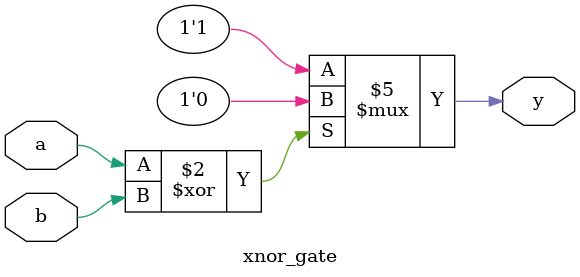
<source format=v>
module xnor_gate(input a,b, output reg y);
always@(*)begin
if(~(a^b))
y=1; 
else
y=0; 
end
endmodule

</source>
